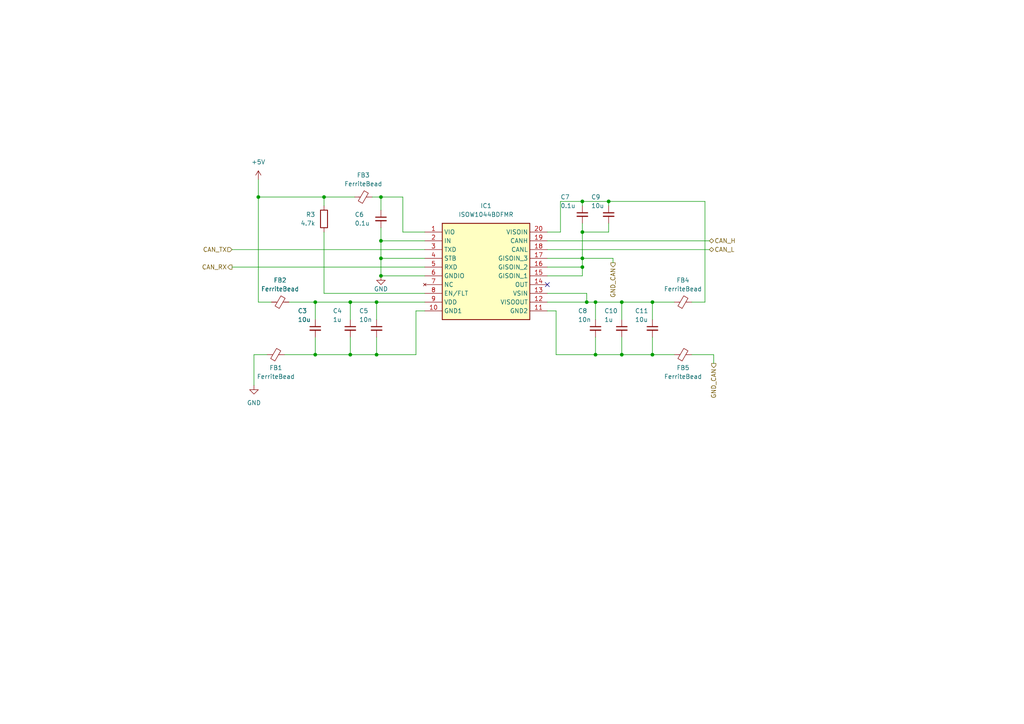
<source format=kicad_sch>
(kicad_sch (version 20230121) (generator eeschema)

  (uuid 9cc1b52b-ad99-4399-8fae-35e5b4709359)

  (paper "A4")

  (lib_symbols
    (symbol "Device:C_Small" (pin_numbers hide) (pin_names (offset 0.254) hide) (in_bom yes) (on_board yes)
      (property "Reference" "C" (at 0.254 1.778 0)
        (effects (font (size 1.27 1.27)) (justify left))
      )
      (property "Value" "C_Small" (at 0.254 -2.032 0)
        (effects (font (size 1.27 1.27)) (justify left))
      )
      (property "Footprint" "" (at 0 0 0)
        (effects (font (size 1.27 1.27)) hide)
      )
      (property "Datasheet" "~" (at 0 0 0)
        (effects (font (size 1.27 1.27)) hide)
      )
      (property "ki_keywords" "capacitor cap" (at 0 0 0)
        (effects (font (size 1.27 1.27)) hide)
      )
      (property "ki_description" "Unpolarized capacitor, small symbol" (at 0 0 0)
        (effects (font (size 1.27 1.27)) hide)
      )
      (property "ki_fp_filters" "C_*" (at 0 0 0)
        (effects (font (size 1.27 1.27)) hide)
      )
      (symbol "C_Small_0_1"
        (polyline
          (pts
            (xy -1.524 -0.508)
            (xy 1.524 -0.508)
          )
          (stroke (width 0.3302) (type default))
          (fill (type none))
        )
        (polyline
          (pts
            (xy -1.524 0.508)
            (xy 1.524 0.508)
          )
          (stroke (width 0.3048) (type default))
          (fill (type none))
        )
      )
      (symbol "C_Small_1_1"
        (pin passive line (at 0 2.54 270) (length 2.032)
          (name "~" (effects (font (size 1.27 1.27))))
          (number "1" (effects (font (size 1.27 1.27))))
        )
        (pin passive line (at 0 -2.54 90) (length 2.032)
          (name "~" (effects (font (size 1.27 1.27))))
          (number "2" (effects (font (size 1.27 1.27))))
        )
      )
    )
    (symbol "Device:FerriteBead_Small" (pin_numbers hide) (pin_names (offset 0)) (in_bom yes) (on_board yes)
      (property "Reference" "FB" (at 1.905 1.27 0)
        (effects (font (size 1.27 1.27)) (justify left))
      )
      (property "Value" "FerriteBead_Small" (at 1.905 -1.27 0)
        (effects (font (size 1.27 1.27)) (justify left))
      )
      (property "Footprint" "" (at -1.778 0 90)
        (effects (font (size 1.27 1.27)) hide)
      )
      (property "Datasheet" "~" (at 0 0 0)
        (effects (font (size 1.27 1.27)) hide)
      )
      (property "ki_keywords" "L ferrite bead inductor filter" (at 0 0 0)
        (effects (font (size 1.27 1.27)) hide)
      )
      (property "ki_description" "Ferrite bead, small symbol" (at 0 0 0)
        (effects (font (size 1.27 1.27)) hide)
      )
      (property "ki_fp_filters" "Inductor_* L_* *Ferrite*" (at 0 0 0)
        (effects (font (size 1.27 1.27)) hide)
      )
      (symbol "FerriteBead_Small_0_1"
        (polyline
          (pts
            (xy 0 -1.27)
            (xy 0 -0.7874)
          )
          (stroke (width 0) (type default))
          (fill (type none))
        )
        (polyline
          (pts
            (xy 0 0.889)
            (xy 0 1.2954)
          )
          (stroke (width 0) (type default))
          (fill (type none))
        )
        (polyline
          (pts
            (xy -1.8288 0.2794)
            (xy -1.1176 1.4986)
            (xy 1.8288 -0.2032)
            (xy 1.1176 -1.4224)
            (xy -1.8288 0.2794)
          )
          (stroke (width 0) (type default))
          (fill (type none))
        )
      )
      (symbol "FerriteBead_Small_1_1"
        (pin passive line (at 0 2.54 270) (length 1.27)
          (name "~" (effects (font (size 1.27 1.27))))
          (number "1" (effects (font (size 1.27 1.27))))
        )
        (pin passive line (at 0 -2.54 90) (length 1.27)
          (name "~" (effects (font (size 1.27 1.27))))
          (number "2" (effects (font (size 1.27 1.27))))
        )
      )
    )
    (symbol "Device:R" (pin_numbers hide) (pin_names (offset 0)) (in_bom yes) (on_board yes)
      (property "Reference" "R" (at 2.032 0 90)
        (effects (font (size 1.27 1.27)))
      )
      (property "Value" "R" (at 0 0 90)
        (effects (font (size 1.27 1.27)))
      )
      (property "Footprint" "" (at -1.778 0 90)
        (effects (font (size 1.27 1.27)) hide)
      )
      (property "Datasheet" "~" (at 0 0 0)
        (effects (font (size 1.27 1.27)) hide)
      )
      (property "ki_keywords" "R res resistor" (at 0 0 0)
        (effects (font (size 1.27 1.27)) hide)
      )
      (property "ki_description" "Resistor" (at 0 0 0)
        (effects (font (size 1.27 1.27)) hide)
      )
      (property "ki_fp_filters" "R_*" (at 0 0 0)
        (effects (font (size 1.27 1.27)) hide)
      )
      (symbol "R_0_1"
        (rectangle (start -1.016 -2.54) (end 1.016 2.54)
          (stroke (width 0.254) (type default))
          (fill (type none))
        )
      )
      (symbol "R_1_1"
        (pin passive line (at 0 3.81 270) (length 1.27)
          (name "~" (effects (font (size 1.27 1.27))))
          (number "1" (effects (font (size 1.27 1.27))))
        )
        (pin passive line (at 0 -3.81 90) (length 1.27)
          (name "~" (effects (font (size 1.27 1.27))))
          (number "2" (effects (font (size 1.27 1.27))))
        )
      )
    )
    (symbol "my_library:ISOW1044BDFMR" (in_bom yes) (on_board yes)
      (property "Reference" "IC" (at 31.75 7.62 0)
        (effects (font (size 1.27 1.27)) (justify left top))
      )
      (property "Value" "ISOW1044BDFMR" (at 31.75 5.08 0)
        (effects (font (size 1.27 1.27)) (justify left top))
      )
      (property "Footprint" "SOIC127P1030X355-20N" (at 31.75 -94.92 0)
        (effects (font (size 1.27 1.27)) (justify left top) hide)
      )
      (property "Datasheet" "https://www.ti.com/lit/ds/symlink/isow1044.pdf?ts=1645295421849&ref_url=https%253A%252F%252Fwww.google.com%252F" (at 31.75 -194.92 0)
        (effects (font (size 1.27 1.27)) (justify left top) hide)
      )
      (property "Height" "3.55" (at 31.75 -394.92 0)
        (effects (font (size 1.27 1.27)) (justify left top) hide)
      )
      (property "RS Part Number" "" (at 31.75 -494.92 0)
        (effects (font (size 1.27 1.27)) (justify left top) hide)
      )
      (property "RS Price/Stock" "" (at 31.75 -594.92 0)
        (effects (font (size 1.27 1.27)) (justify left top) hide)
      )
      (property "Manufacturer_Name" "Texas Instruments" (at 31.75 -694.92 0)
        (effects (font (size 1.27 1.27)) (justify left top) hide)
      )
      (property "Manufacturer_Part_Number" "ISOW1044BDFMR" (at 31.75 -794.92 0)
        (effects (font (size 1.27 1.27)) (justify left top) hide)
      )
      (property "ki_description" "Texas Instruments" (at 0 0 0)
        (effects (font (size 1.27 1.27)) hide)
      )
      (symbol "ISOW1044BDFMR_1_1"
        (rectangle (start 5.08 2.54) (end 30.48 -25.4)
          (stroke (width 0.254) (type default))
          (fill (type background))
        )
        (pin passive line (at 0 0 0) (length 5.08)
          (name "VIO" (effects (font (size 1.27 1.27))))
          (number "1" (effects (font (size 1.27 1.27))))
        )
        (pin passive line (at 0 -22.86 0) (length 5.08)
          (name "GND1" (effects (font (size 1.27 1.27))))
          (number "10" (effects (font (size 1.27 1.27))))
        )
        (pin passive line (at 35.56 -22.86 180) (length 5.08)
          (name "GND2" (effects (font (size 1.27 1.27))))
          (number "11" (effects (font (size 1.27 1.27))))
        )
        (pin passive line (at 35.56 -20.32 180) (length 5.08)
          (name "VISOOUT" (effects (font (size 1.27 1.27))))
          (number "12" (effects (font (size 1.27 1.27))))
        )
        (pin passive line (at 35.56 -17.78 180) (length 5.08)
          (name "VSIN" (effects (font (size 1.27 1.27))))
          (number "13" (effects (font (size 1.27 1.27))))
        )
        (pin passive line (at 35.56 -15.24 180) (length 5.08)
          (name "OUT" (effects (font (size 1.27 1.27))))
          (number "14" (effects (font (size 1.27 1.27))))
        )
        (pin passive line (at 35.56 -12.7 180) (length 5.08)
          (name "GISOIN_1" (effects (font (size 1.27 1.27))))
          (number "15" (effects (font (size 1.27 1.27))))
        )
        (pin passive line (at 35.56 -10.16 180) (length 5.08)
          (name "GISOIN_2" (effects (font (size 1.27 1.27))))
          (number "16" (effects (font (size 1.27 1.27))))
        )
        (pin passive line (at 35.56 -7.62 180) (length 5.08)
          (name "GISOIN_3" (effects (font (size 1.27 1.27))))
          (number "17" (effects (font (size 1.27 1.27))))
        )
        (pin passive line (at 35.56 -5.08 180) (length 5.08)
          (name "CANL" (effects (font (size 1.27 1.27))))
          (number "18" (effects (font (size 1.27 1.27))))
        )
        (pin passive line (at 35.56 -2.54 180) (length 5.08)
          (name "CANH" (effects (font (size 1.27 1.27))))
          (number "19" (effects (font (size 1.27 1.27))))
        )
        (pin passive line (at 0 -2.54 0) (length 5.08)
          (name "IN" (effects (font (size 1.27 1.27))))
          (number "2" (effects (font (size 1.27 1.27))))
        )
        (pin passive line (at 35.56 0 180) (length 5.08)
          (name "VISOIN" (effects (font (size 1.27 1.27))))
          (number "20" (effects (font (size 1.27 1.27))))
        )
        (pin passive line (at 0 -5.08 0) (length 5.08)
          (name "TXD" (effects (font (size 1.27 1.27))))
          (number "3" (effects (font (size 1.27 1.27))))
        )
        (pin passive line (at 0 -7.62 0) (length 5.08)
          (name "STB" (effects (font (size 1.27 1.27))))
          (number "4" (effects (font (size 1.27 1.27))))
        )
        (pin passive line (at 0 -10.16 0) (length 5.08)
          (name "RXD" (effects (font (size 1.27 1.27))))
          (number "5" (effects (font (size 1.27 1.27))))
        )
        (pin passive line (at 0 -12.7 0) (length 5.08)
          (name "GNDIO" (effects (font (size 1.27 1.27))))
          (number "6" (effects (font (size 1.27 1.27))))
        )
        (pin no_connect line (at 0 -15.24 0) (length 5.08)
          (name "NC" (effects (font (size 1.27 1.27))))
          (number "7" (effects (font (size 1.27 1.27))))
        )
        (pin passive line (at 0 -17.78 0) (length 5.08)
          (name "EN/FLT" (effects (font (size 1.27 1.27))))
          (number "8" (effects (font (size 1.27 1.27))))
        )
        (pin passive line (at 0 -20.32 0) (length 5.08)
          (name "VDD" (effects (font (size 1.27 1.27))))
          (number "9" (effects (font (size 1.27 1.27))))
        )
      )
    )
    (symbol "power:+5V" (power) (pin_names (offset 0)) (in_bom yes) (on_board yes)
      (property "Reference" "#PWR" (at 0 -3.81 0)
        (effects (font (size 1.27 1.27)) hide)
      )
      (property "Value" "+5V" (at 0 3.556 0)
        (effects (font (size 1.27 1.27)))
      )
      (property "Footprint" "" (at 0 0 0)
        (effects (font (size 1.27 1.27)) hide)
      )
      (property "Datasheet" "" (at 0 0 0)
        (effects (font (size 1.27 1.27)) hide)
      )
      (property "ki_keywords" "global power" (at 0 0 0)
        (effects (font (size 1.27 1.27)) hide)
      )
      (property "ki_description" "Power symbol creates a global label with name \"+5V\"" (at 0 0 0)
        (effects (font (size 1.27 1.27)) hide)
      )
      (symbol "+5V_0_1"
        (polyline
          (pts
            (xy -0.762 1.27)
            (xy 0 2.54)
          )
          (stroke (width 0) (type default))
          (fill (type none))
        )
        (polyline
          (pts
            (xy 0 0)
            (xy 0 2.54)
          )
          (stroke (width 0) (type default))
          (fill (type none))
        )
        (polyline
          (pts
            (xy 0 2.54)
            (xy 0.762 1.27)
          )
          (stroke (width 0) (type default))
          (fill (type none))
        )
      )
      (symbol "+5V_1_1"
        (pin power_in line (at 0 0 90) (length 0) hide
          (name "+5V" (effects (font (size 1.27 1.27))))
          (number "1" (effects (font (size 1.27 1.27))))
        )
      )
    )
    (symbol "power:GND" (power) (pin_names (offset 0)) (in_bom yes) (on_board yes)
      (property "Reference" "#PWR" (at 0 -6.35 0)
        (effects (font (size 1.27 1.27)) hide)
      )
      (property "Value" "GND" (at 0 -3.81 0)
        (effects (font (size 1.27 1.27)))
      )
      (property "Footprint" "" (at 0 0 0)
        (effects (font (size 1.27 1.27)) hide)
      )
      (property "Datasheet" "" (at 0 0 0)
        (effects (font (size 1.27 1.27)) hide)
      )
      (property "ki_keywords" "global power" (at 0 0 0)
        (effects (font (size 1.27 1.27)) hide)
      )
      (property "ki_description" "Power symbol creates a global label with name \"GND\" , ground" (at 0 0 0)
        (effects (font (size 1.27 1.27)) hide)
      )
      (symbol "GND_0_1"
        (polyline
          (pts
            (xy 0 0)
            (xy 0 -1.27)
            (xy 1.27 -1.27)
            (xy 0 -2.54)
            (xy -1.27 -1.27)
            (xy 0 -1.27)
          )
          (stroke (width 0) (type default))
          (fill (type none))
        )
      )
      (symbol "GND_1_1"
        (pin power_in line (at 0 0 270) (length 0) hide
          (name "GND" (effects (font (size 1.27 1.27))))
          (number "1" (effects (font (size 1.27 1.27))))
        )
      )
    )
  )

  (junction (at 110.49 57.15) (diameter 0) (color 0 0 0 0)
    (uuid 17c5bc5f-bc23-4af6-b56a-fa361426ebc2)
  )
  (junction (at 110.49 74.93) (diameter 0) (color 0 0 0 0)
    (uuid 3160d028-8d40-4639-b4eb-35ef2f40f3bc)
  )
  (junction (at 170.18 87.63) (diameter 0) (color 0 0 0 0)
    (uuid 3fd45aa2-1740-40e9-aad8-7ef5cac18060)
  )
  (junction (at 168.91 77.47) (diameter 0) (color 0 0 0 0)
    (uuid 4503ea42-45aa-4b07-91b1-e1f98d1d58c2)
  )
  (junction (at 74.93 57.15) (diameter 0) (color 0 0 0 0)
    (uuid 4f899251-bdca-42fc-a847-0c493405df4e)
  )
  (junction (at 110.49 69.85) (diameter 0) (color 0 0 0 0)
    (uuid 542be96e-e054-498a-8289-565fb7afc334)
  )
  (junction (at 168.91 74.93) (diameter 0) (color 0 0 0 0)
    (uuid 54b1b4eb-ea61-4bed-b6de-733eafacf641)
  )
  (junction (at 91.44 87.63) (diameter 0) (color 0 0 0 0)
    (uuid 6109ab19-bd23-4340-a91a-755bce255904)
  )
  (junction (at 109.22 102.87) (diameter 0) (color 0 0 0 0)
    (uuid 6597fc02-2fa5-443e-8b9d-4c0268c01e10)
  )
  (junction (at 109.22 87.63) (diameter 0) (color 0 0 0 0)
    (uuid 687ea636-8824-4300-9bfa-07be53be0345)
  )
  (junction (at 93.98 57.15) (diameter 0) (color 0 0 0 0)
    (uuid 80c72cb2-ae5e-417a-b349-a619d41c43db)
  )
  (junction (at 172.72 87.63) (diameter 0) (color 0 0 0 0)
    (uuid 873e20bf-aed6-443a-9b5c-c086658d32d4)
  )
  (junction (at 110.49 80.01) (diameter 0) (color 0 0 0 0)
    (uuid 8d384a44-208d-478f-9a61-2561415d2ab4)
  )
  (junction (at 101.6 102.87) (diameter 0) (color 0 0 0 0)
    (uuid 92510ae7-4a81-441a-9c60-9874c47b06c2)
  )
  (junction (at 172.72 102.87) (diameter 0) (color 0 0 0 0)
    (uuid 9eb676fd-3a30-4102-be40-15f36eea520b)
  )
  (junction (at 168.91 58.42) (diameter 0) (color 0 0 0 0)
    (uuid 9ebc84e6-7e05-480d-81eb-d597380da3de)
  )
  (junction (at 189.23 102.87) (diameter 0) (color 0 0 0 0)
    (uuid acb597f7-65ab-4f72-86a3-454c46120eb1)
  )
  (junction (at 91.44 102.87) (diameter 0) (color 0 0 0 0)
    (uuid b059968e-ff76-4c15-87df-3c63ca172c60)
  )
  (junction (at 180.34 87.63) (diameter 0) (color 0 0 0 0)
    (uuid be64195f-6496-440f-9c9e-80ebee6bfc1a)
  )
  (junction (at 180.34 102.87) (diameter 0) (color 0 0 0 0)
    (uuid c09c1da3-cbe6-49cf-a10c-2b6f22e84fa7)
  )
  (junction (at 176.53 58.42) (diameter 0) (color 0 0 0 0)
    (uuid d4a754c1-e10b-494e-9a29-7a165c088966)
  )
  (junction (at 189.23 87.63) (diameter 0) (color 0 0 0 0)
    (uuid e702d827-e4db-4619-b5ea-dc6c0ab2e3f0)
  )
  (junction (at 101.6 87.63) (diameter 0) (color 0 0 0 0)
    (uuid e892ff33-adef-4b4b-bfcc-669e521dcfa4)
  )
  (junction (at 168.91 67.31) (diameter 0) (color 0 0 0 0)
    (uuid fb14544a-bce6-4320-bfde-379369ad7373)
  )

  (no_connect (at 158.75 82.55) (uuid 1eb17189-c2a6-4941-a00f-cd1502b6a9ad))

  (wire (pts (xy 161.29 102.87) (xy 172.72 102.87))
    (stroke (width 0) (type default))
    (uuid 02369351-b25c-40e6-8ca9-ddb32c96230f)
  )
  (wire (pts (xy 180.34 87.63) (xy 189.23 87.63))
    (stroke (width 0) (type default))
    (uuid 0961854a-1a47-4400-bd46-3ef2cecd423d)
  )
  (wire (pts (xy 91.44 102.87) (xy 101.6 102.87))
    (stroke (width 0) (type default))
    (uuid 09b6a5b5-26d2-449c-9083-3114a723df01)
  )
  (wire (pts (xy 170.18 87.63) (xy 172.72 87.63))
    (stroke (width 0) (type default))
    (uuid 0acd5687-080c-4d91-b9eb-904cf154505e)
  )
  (wire (pts (xy 82.55 102.87) (xy 91.44 102.87))
    (stroke (width 0) (type default))
    (uuid 0b68e891-3ba5-48af-9de9-b568433f2e80)
  )
  (wire (pts (xy 162.56 58.42) (xy 168.91 58.42))
    (stroke (width 0) (type default))
    (uuid 0b7feff1-92be-4aca-9a68-45682f7782ef)
  )
  (wire (pts (xy 158.75 87.63) (xy 170.18 87.63))
    (stroke (width 0) (type default))
    (uuid 0c5cf108-8ee6-4fee-b6b2-a5f21924bd17)
  )
  (wire (pts (xy 168.91 77.47) (xy 168.91 74.93))
    (stroke (width 0) (type default))
    (uuid 0f7794d3-5cff-42f1-a332-9e08e5322f44)
  )
  (wire (pts (xy 158.75 69.85) (xy 205.74 69.85))
    (stroke (width 0) (type default))
    (uuid 0fa885da-6638-498c-97c2-8dd90ce67066)
  )
  (wire (pts (xy 168.91 67.31) (xy 168.91 74.93))
    (stroke (width 0) (type default))
    (uuid 11779cb3-25b7-4936-9516-293b098182f4)
  )
  (wire (pts (xy 91.44 102.87) (xy 91.44 97.79))
    (stroke (width 0) (type default))
    (uuid 14907559-359c-4e6f-9d42-d36a2644b8ae)
  )
  (wire (pts (xy 93.98 57.15) (xy 102.87 57.15))
    (stroke (width 0) (type default))
    (uuid 157a17b4-fe4a-4bba-8164-10265dfe097c)
  )
  (wire (pts (xy 74.93 52.07) (xy 74.93 57.15))
    (stroke (width 0) (type default))
    (uuid 1d69d6bf-df64-40cc-bb74-95ae5ea17c81)
  )
  (wire (pts (xy 109.22 102.87) (xy 109.22 97.79))
    (stroke (width 0) (type default))
    (uuid 1e4580d5-e09f-469a-bbdb-9787db566ff3)
  )
  (wire (pts (xy 158.75 67.31) (xy 162.56 67.31))
    (stroke (width 0) (type default))
    (uuid 231bc956-92b0-49a7-9655-5c03e770bd14)
  )
  (wire (pts (xy 110.49 57.15) (xy 110.49 60.96))
    (stroke (width 0) (type default))
    (uuid 2688469e-43a9-4e33-8bcb-b4a8489909dc)
  )
  (wire (pts (xy 177.8 74.93) (xy 168.91 74.93))
    (stroke (width 0) (type default))
    (uuid 32263eca-b931-4ab8-b40d-e65ec32a7064)
  )
  (wire (pts (xy 158.75 85.09) (xy 170.18 85.09))
    (stroke (width 0) (type default))
    (uuid 3486ffb2-292a-4b69-82a2-56c5bd83cf46)
  )
  (wire (pts (xy 101.6 102.87) (xy 101.6 97.79))
    (stroke (width 0) (type default))
    (uuid 38690a50-fef1-4bc0-a04a-8c53a19721f6)
  )
  (wire (pts (xy 67.31 77.47) (xy 123.19 77.47))
    (stroke (width 0) (type default))
    (uuid 3aec0c3c-3db2-405b-94b0-8d6b69e94b7f)
  )
  (wire (pts (xy 120.65 90.17) (xy 123.19 90.17))
    (stroke (width 0) (type default))
    (uuid 3bc6bceb-0a1d-4948-a7ef-560f12829290)
  )
  (wire (pts (xy 78.74 87.63) (xy 74.93 87.63))
    (stroke (width 0) (type default))
    (uuid 40fc4d1e-20c1-4db7-b08e-505f706c8788)
  )
  (wire (pts (xy 109.22 92.71) (xy 109.22 87.63))
    (stroke (width 0) (type default))
    (uuid 453db326-fb10-458a-9e45-065fbd3a31b2)
  )
  (wire (pts (xy 93.98 59.69) (xy 93.98 57.15))
    (stroke (width 0) (type default))
    (uuid 45c834ea-7a1e-45dc-a042-352bc5ac91e5)
  )
  (wire (pts (xy 74.93 57.15) (xy 93.98 57.15))
    (stroke (width 0) (type default))
    (uuid 497fb6f8-0e05-4885-bde8-a7ce69b499cb)
  )
  (wire (pts (xy 176.53 64.77) (xy 176.53 67.31))
    (stroke (width 0) (type default))
    (uuid 4a9a3e3a-7445-4f4c-bce3-fb7897a6ea8b)
  )
  (wire (pts (xy 200.66 87.63) (xy 204.47 87.63))
    (stroke (width 0) (type default))
    (uuid 4de45f8a-2eae-4c57-87e7-b024ad9ab0a1)
  )
  (wire (pts (xy 110.49 80.01) (xy 123.19 80.01))
    (stroke (width 0) (type default))
    (uuid 50869515-07f3-45e2-86d1-a3ab9bcc7eaf)
  )
  (wire (pts (xy 120.65 102.87) (xy 109.22 102.87))
    (stroke (width 0) (type default))
    (uuid 5298159c-016f-4936-b60b-bc2dc0f2f140)
  )
  (wire (pts (xy 172.72 92.71) (xy 172.72 87.63))
    (stroke (width 0) (type default))
    (uuid 5734a15d-2b6a-4b61-a51d-cd2b172c61cf)
  )
  (wire (pts (xy 101.6 92.71) (xy 101.6 87.63))
    (stroke (width 0) (type default))
    (uuid 59000142-8cd9-48c6-a28d-209abf43b284)
  )
  (wire (pts (xy 93.98 85.09) (xy 123.19 85.09))
    (stroke (width 0) (type default))
    (uuid 5dab8824-e545-4349-b186-b9c75f8ca15d)
  )
  (wire (pts (xy 74.93 57.15) (xy 74.93 87.63))
    (stroke (width 0) (type default))
    (uuid 60fdbcf5-ecc0-4dc2-9f48-2f0659d5e30f)
  )
  (wire (pts (xy 116.84 57.15) (xy 116.84 67.31))
    (stroke (width 0) (type default))
    (uuid 638c0484-7094-4452-bf6a-3c208d0ac47f)
  )
  (wire (pts (xy 162.56 67.31) (xy 162.56 58.42))
    (stroke (width 0) (type default))
    (uuid 66f16ad1-c174-4114-9233-534519bf2911)
  )
  (wire (pts (xy 180.34 102.87) (xy 180.34 97.79))
    (stroke (width 0) (type default))
    (uuid 6a1ee651-872f-4f62-a00c-519167dd4734)
  )
  (wire (pts (xy 168.91 80.01) (xy 168.91 77.47))
    (stroke (width 0) (type default))
    (uuid 6c5d3309-728d-4e80-904c-ca25ad2b4f7d)
  )
  (wire (pts (xy 176.53 67.31) (xy 168.91 67.31))
    (stroke (width 0) (type default))
    (uuid 6e77ddc7-cc87-41b6-81bb-e503172eee76)
  )
  (wire (pts (xy 180.34 92.71) (xy 180.34 87.63))
    (stroke (width 0) (type default))
    (uuid 6f85b250-103b-448a-877c-ae45df51d3a8)
  )
  (wire (pts (xy 189.23 87.63) (xy 195.58 87.63))
    (stroke (width 0) (type default))
    (uuid 72babaa1-46a9-4995-9f9f-19178c45db95)
  )
  (wire (pts (xy 123.19 87.63) (xy 109.22 87.63))
    (stroke (width 0) (type default))
    (uuid 78804cb3-0410-4e1d-8f54-c8f1fe132fa2)
  )
  (wire (pts (xy 67.31 72.39) (xy 123.19 72.39))
    (stroke (width 0) (type default))
    (uuid 7d5ad058-6f6c-422d-8fda-52d024b53ded)
  )
  (wire (pts (xy 168.91 58.42) (xy 176.53 58.42))
    (stroke (width 0) (type default))
    (uuid 84547700-5426-4ad3-a639-e3f9ad59d933)
  )
  (wire (pts (xy 207.01 102.87) (xy 207.01 105.41))
    (stroke (width 0) (type default))
    (uuid 8f4ebd2e-71a2-4d14-aefb-f416be3210c1)
  )
  (wire (pts (xy 158.75 77.47) (xy 168.91 77.47))
    (stroke (width 0) (type default))
    (uuid 9737230b-7efa-4ff9-9f14-0f1409931463)
  )
  (wire (pts (xy 91.44 87.63) (xy 101.6 87.63))
    (stroke (width 0) (type default))
    (uuid 9c428cac-46f8-4eb7-9de1-b924c243885f)
  )
  (wire (pts (xy 83.82 87.63) (xy 91.44 87.63))
    (stroke (width 0) (type default))
    (uuid 9cd466b5-f9f2-452b-8ab6-bbbc3a24fb61)
  )
  (wire (pts (xy 101.6 102.87) (xy 109.22 102.87))
    (stroke (width 0) (type default))
    (uuid 9fc694a7-ad78-4995-8224-9b38fd10d66e)
  )
  (wire (pts (xy 172.72 87.63) (xy 180.34 87.63))
    (stroke (width 0) (type default))
    (uuid a2a36647-49e7-4db5-9efd-9c2e4c39adef)
  )
  (wire (pts (xy 107.95 57.15) (xy 110.49 57.15))
    (stroke (width 0) (type default))
    (uuid a50cc087-d8d0-4376-ab15-5dbd371fc214)
  )
  (wire (pts (xy 91.44 92.71) (xy 91.44 87.63))
    (stroke (width 0) (type default))
    (uuid a6bfba8f-be76-40c2-a951-4e1e0ee6daf8)
  )
  (wire (pts (xy 77.47 102.87) (xy 73.66 102.87))
    (stroke (width 0) (type default))
    (uuid aab69646-775b-4b7d-b1ed-c3f0359986b7)
  )
  (wire (pts (xy 120.65 90.17) (xy 120.65 102.87))
    (stroke (width 0) (type default))
    (uuid b1264a45-96a7-4c29-9798-c5c5e4f3e265)
  )
  (wire (pts (xy 189.23 92.71) (xy 189.23 87.63))
    (stroke (width 0) (type default))
    (uuid b8c836a5-77fc-4ba7-9751-a90bd8d90463)
  )
  (wire (pts (xy 172.72 102.87) (xy 172.72 97.79))
    (stroke (width 0) (type default))
    (uuid b9f887ce-84db-499d-a671-782ce6cb2a78)
  )
  (wire (pts (xy 116.84 67.31) (xy 123.19 67.31))
    (stroke (width 0) (type default))
    (uuid bd78acb7-540d-4619-b224-5c5c5cd9e2cb)
  )
  (wire (pts (xy 101.6 87.63) (xy 109.22 87.63))
    (stroke (width 0) (type default))
    (uuid be069b92-ca3d-40e7-9bc3-17e80587a67c)
  )
  (wire (pts (xy 170.18 85.09) (xy 170.18 87.63))
    (stroke (width 0) (type default))
    (uuid be8c2c7a-dbbc-4cb5-999c-9d2d9cba50d2)
  )
  (wire (pts (xy 180.34 102.87) (xy 189.23 102.87))
    (stroke (width 0) (type default))
    (uuid c002fd7c-e1dd-4d7f-b993-5827b788735e)
  )
  (wire (pts (xy 204.47 58.42) (xy 176.53 58.42))
    (stroke (width 0) (type default))
    (uuid c6b9bd59-003a-48ae-9c72-68bbde6a055f)
  )
  (wire (pts (xy 93.98 67.31) (xy 93.98 85.09))
    (stroke (width 0) (type default))
    (uuid c85c9227-f33c-4e19-8499-612421c3aa7b)
  )
  (wire (pts (xy 110.49 66.04) (xy 110.49 69.85))
    (stroke (width 0) (type default))
    (uuid ccd7ca99-b364-4881-ac5b-e316519407d7)
  )
  (wire (pts (xy 172.72 102.87) (xy 180.34 102.87))
    (stroke (width 0) (type default))
    (uuid d3993f12-0c9d-4314-a508-b467a3a8a44d)
  )
  (wire (pts (xy 168.91 64.77) (xy 168.91 67.31))
    (stroke (width 0) (type default))
    (uuid d4347473-81de-47f6-b291-e1652cec7cdb)
  )
  (wire (pts (xy 73.66 102.87) (xy 73.66 111.76))
    (stroke (width 0) (type default))
    (uuid d5f0039d-539d-43a5-add9-36048f2ceb2c)
  )
  (wire (pts (xy 204.47 87.63) (xy 204.47 58.42))
    (stroke (width 0) (type default))
    (uuid d74a1c64-f954-460c-b34f-3be84abc1db1)
  )
  (wire (pts (xy 110.49 74.93) (xy 123.19 74.93))
    (stroke (width 0) (type default))
    (uuid d8af064d-4028-428f-b7e7-05049fdc4567)
  )
  (wire (pts (xy 110.49 69.85) (xy 110.49 74.93))
    (stroke (width 0) (type default))
    (uuid da50e0c2-e911-4f04-a718-8e67cfed438f)
  )
  (wire (pts (xy 189.23 102.87) (xy 195.58 102.87))
    (stroke (width 0) (type default))
    (uuid dde68ff2-4186-436d-8c94-9ff1a069de4d)
  )
  (wire (pts (xy 168.91 59.69) (xy 168.91 58.42))
    (stroke (width 0) (type default))
    (uuid df71d987-2d77-4885-b1cb-c665898ce8ec)
  )
  (wire (pts (xy 176.53 59.69) (xy 176.53 58.42))
    (stroke (width 0) (type default))
    (uuid e2d9f82d-ca97-4695-a69c-3419c202904c)
  )
  (wire (pts (xy 161.29 90.17) (xy 161.29 102.87))
    (stroke (width 0) (type default))
    (uuid e5398f4b-216f-4fab-abb5-a8426e004ad3)
  )
  (wire (pts (xy 158.75 80.01) (xy 168.91 80.01))
    (stroke (width 0) (type default))
    (uuid e72d6f9c-44a9-4552-a74f-642912c73180)
  )
  (wire (pts (xy 158.75 90.17) (xy 161.29 90.17))
    (stroke (width 0) (type default))
    (uuid e753c1b3-c1ba-4a03-8944-77849ee802a0)
  )
  (wire (pts (xy 207.01 102.87) (xy 200.66 102.87))
    (stroke (width 0) (type default))
    (uuid e79a4e08-d581-4163-9fbc-f397bb75185a)
  )
  (wire (pts (xy 189.23 102.87) (xy 189.23 97.79))
    (stroke (width 0) (type default))
    (uuid e909ce55-8b8c-481f-a2df-c7d7ebe30ba5)
  )
  (wire (pts (xy 158.75 74.93) (xy 168.91 74.93))
    (stroke (width 0) (type default))
    (uuid eecae818-f1f5-4765-a97a-e05837fe1471)
  )
  (wire (pts (xy 177.8 76.2) (xy 177.8 74.93))
    (stroke (width 0) (type default))
    (uuid f2117ccd-96e1-481b-bad4-386a24ee4cdf)
  )
  (wire (pts (xy 110.49 57.15) (xy 116.84 57.15))
    (stroke (width 0) (type default))
    (uuid f3578a98-a636-4b00-9a64-cb6437b5df29)
  )
  (wire (pts (xy 110.49 69.85) (xy 123.19 69.85))
    (stroke (width 0) (type default))
    (uuid f59709d0-6f31-404f-be47-5c184112090d)
  )
  (wire (pts (xy 110.49 74.93) (xy 110.49 80.01))
    (stroke (width 0) (type default))
    (uuid facb68ea-704a-451a-8b96-7a9932d2281b)
  )
  (wire (pts (xy 158.75 72.39) (xy 205.74 72.39))
    (stroke (width 0) (type default))
    (uuid fb5075ad-fb40-4b19-aef3-8e08d9127f19)
  )

  (hierarchical_label "CAN_L" (shape bidirectional) (at 205.74 72.39 0) (fields_autoplaced)
    (effects (font (size 1.27 1.27)) (justify left))
    (uuid 021f6253-590f-4a35-93b8-f6c51e45da8d)
  )
  (hierarchical_label "CAN_RX" (shape output) (at 67.31 77.47 180) (fields_autoplaced)
    (effects (font (size 1.27 1.27)) (justify right))
    (uuid 76aa3c29-716a-40ed-827a-e9301ca20a5a)
  )
  (hierarchical_label "CAN_TX" (shape input) (at 67.31 72.39 180) (fields_autoplaced)
    (effects (font (size 1.27 1.27)) (justify right))
    (uuid 93c6129c-f7ea-42c0-8e90-e2486b3e521e)
  )
  (hierarchical_label "GND_CAN" (shape output) (at 207.01 105.41 270) (fields_autoplaced)
    (effects (font (size 1.27 1.27)) (justify right))
    (uuid 9e66332e-52d0-413c-8f3e-1f078c8c6e7f)
  )
  (hierarchical_label "GND_CAN" (shape output) (at 177.8 76.2 270) (fields_autoplaced)
    (effects (font (size 1.27 1.27)) (justify right))
    (uuid b20abf30-247a-4257-8c29-5ccf4db3fbe8)
  )
  (hierarchical_label "CAN_H" (shape bidirectional) (at 205.74 69.85 0) (fields_autoplaced)
    (effects (font (size 1.27 1.27)) (justify left))
    (uuid daa7df2b-7f6e-4750-82b3-b94669181667)
  )

  (symbol (lib_id "Device:C_Small") (at 101.6 95.25 0) (unit 1)
    (in_bom yes) (on_board yes) (dnp no)
    (uuid 031fa2c7-799c-4343-ae50-896ae60963e1)
    (property "Reference" "C4" (at 96.52 90.17 0)
      (effects (font (size 1.27 1.27)) (justify left))
    )
    (property "Value" "1u" (at 96.52 92.71 0)
      (effects (font (size 1.27 1.27)) (justify left))
    )
    (property "Footprint" "Capacitor_SMD:C_0603_1608Metric" (at 101.6 95.25 0)
      (effects (font (size 1.27 1.27)) hide)
    )
    (property "Datasheet" "~" (at 101.6 95.25 0)
      (effects (font (size 1.27 1.27)) hide)
    )
    (property "LCSC" "C15849" (at 101.6 95.25 0)
      (effects (font (size 1.27 1.27)) hide)
    )
    (pin "1" (uuid f1ffdbac-3844-47fa-b08f-61db97aae8cf))
    (pin "2" (uuid 8ac5b546-dc74-4599-ae4d-3fc64d90b1ab))
    (instances
      (project "RDC_Humanoid_Logic"
        (path "/2bec3ac6-4176-417a-a2e5-e81844f01e63/2ffb334c-541d-4787-8f08-8f2b280267fd"
          (reference "C4") (unit 1)
        )
        (path "/2bec3ac6-4176-417a-a2e5-e81844f01e63/4e0cc178-8164-45af-8b1c-3daea8e76e2d"
          (reference "C13") (unit 1)
        )
      )
      (project "tsukuba_challenge"
        (path "/55f88ae9-9831-47be-a185-734020e38c84/9c1fd94d-8d77-4c45-be6e-46f605b5b044"
          (reference "C22") (unit 1)
        )
      )
      (project "aif_io"
        (path "/9a9f4147-6bcd-4827-a5d0-695037b8e97b/631816fe-2924-4c31-bf43-55e096d60497"
          (reference "C20") (unit 1)
        )
        (path "/9a9f4147-6bcd-4827-a5d0-695037b8e97b/a21f7212-3569-4f10-9150-58b69ba85e35"
          (reference "C29") (unit 1)
        )
      )
    )
  )

  (symbol (lib_id "power:GND") (at 73.66 111.76 0) (unit 1)
    (in_bom yes) (on_board yes) (dnp no) (fields_autoplaced)
    (uuid 3ce92af6-b252-4870-a3c0-bf7a04ea10d1)
    (property "Reference" "#PWR011" (at 73.66 118.11 0)
      (effects (font (size 1.27 1.27)) hide)
    )
    (property "Value" "GND" (at 73.66 116.84 0)
      (effects (font (size 1.27 1.27)))
    )
    (property "Footprint" "" (at 73.66 111.76 0)
      (effects (font (size 1.27 1.27)) hide)
    )
    (property "Datasheet" "" (at 73.66 111.76 0)
      (effects (font (size 1.27 1.27)) hide)
    )
    (pin "1" (uuid ea8093d9-2556-441c-88be-bc9ba87cbc88))
    (instances
      (project "RDC_Humanoid_Logic"
        (path "/2bec3ac6-4176-417a-a2e5-e81844f01e63/2ffb334c-541d-4787-8f08-8f2b280267fd"
          (reference "#PWR011") (unit 1)
        )
        (path "/2bec3ac6-4176-417a-a2e5-e81844f01e63/4e0cc178-8164-45af-8b1c-3daea8e76e2d"
          (reference "#PWR018") (unit 1)
        )
      )
      (project "tsukuba_challenge"
        (path "/55f88ae9-9831-47be-a185-734020e38c84/9c1fd94d-8d77-4c45-be6e-46f605b5b044"
          (reference "#PWR045") (unit 1)
        )
      )
      (project "aif_io"
        (path "/9a9f4147-6bcd-4827-a5d0-695037b8e97b/631816fe-2924-4c31-bf43-55e096d60497"
          (reference "#PWR040") (unit 1)
        )
        (path "/9a9f4147-6bcd-4827-a5d0-695037b8e97b/a21f7212-3569-4f10-9150-58b69ba85e35"
          (reference "#PWR042") (unit 1)
        )
      )
    )
  )

  (symbol (lib_id "Device:C_Small") (at 189.23 95.25 0) (unit 1)
    (in_bom yes) (on_board yes) (dnp no)
    (uuid 619492f8-7266-4c1b-b66c-223d0a3d6d99)
    (property "Reference" "C11" (at 184.15 90.17 0)
      (effects (font (size 1.27 1.27)) (justify left))
    )
    (property "Value" "10u" (at 184.15 92.71 0)
      (effects (font (size 1.27 1.27)) (justify left))
    )
    (property "Footprint" "Capacitor_SMD:C_0603_1608Metric" (at 189.23 95.25 0)
      (effects (font (size 1.27 1.27)) hide)
    )
    (property "Datasheet" "~" (at 189.23 95.25 0)
      (effects (font (size 1.27 1.27)) hide)
    )
    (property "LCSC" "C19702" (at 189.23 95.25 0)
      (effects (font (size 1.27 1.27)) hide)
    )
    (pin "1" (uuid 7d872ec6-837e-4c04-9719-cd2ab0427a85))
    (pin "2" (uuid 2bd50658-0f3e-4b01-bdfd-beccd33a2711))
    (instances
      (project "RDC_Humanoid_Logic"
        (path "/2bec3ac6-4176-417a-a2e5-e81844f01e63/2ffb334c-541d-4787-8f08-8f2b280267fd"
          (reference "C11") (unit 1)
        )
        (path "/2bec3ac6-4176-417a-a2e5-e81844f01e63/4e0cc178-8164-45af-8b1c-3daea8e76e2d"
          (reference "C20") (unit 1)
        )
      )
      (project "tsukuba_challenge"
        (path "/55f88ae9-9831-47be-a185-734020e38c84/9c1fd94d-8d77-4c45-be6e-46f605b5b044"
          (reference "C26") (unit 1)
        )
      )
      (project "aif_io"
        (path "/9a9f4147-6bcd-4827-a5d0-695037b8e97b/631816fe-2924-4c31-bf43-55e096d60497"
          (reference "C27") (unit 1)
        )
        (path "/9a9f4147-6bcd-4827-a5d0-695037b8e97b/a21f7212-3569-4f10-9150-58b69ba85e35"
          (reference "C36") (unit 1)
        )
      )
    )
  )

  (symbol (lib_id "Device:C_Small") (at 110.49 63.5 0) (unit 1)
    (in_bom yes) (on_board yes) (dnp no)
    (uuid 638d1065-8945-438b-9adc-70794b465a2f)
    (property "Reference" "C6" (at 102.87 62.23 0)
      (effects (font (size 1.27 1.27)) (justify left))
    )
    (property "Value" "0.1u" (at 102.87 64.77 0)
      (effects (font (size 1.27 1.27)) (justify left))
    )
    (property "Footprint" "Capacitor_SMD:C_0603_1608Metric" (at 110.49 63.5 0)
      (effects (font (size 1.27 1.27)) hide)
    )
    (property "Datasheet" "~" (at 110.49 63.5 0)
      (effects (font (size 1.27 1.27)) hide)
    )
    (property "LCSC" "C14663" (at 110.49 63.5 0)
      (effects (font (size 1.27 1.27)) hide)
    )
    (pin "1" (uuid cd1e1d26-2787-4d9a-bd14-881c4257ba1d))
    (pin "2" (uuid 3df6a7ca-649e-48b8-8b47-8883167fdd56))
    (instances
      (project "RDC_Humanoid_Logic"
        (path "/2bec3ac6-4176-417a-a2e5-e81844f01e63/2ffb334c-541d-4787-8f08-8f2b280267fd"
          (reference "C6") (unit 1)
        )
        (path "/2bec3ac6-4176-417a-a2e5-e81844f01e63/4e0cc178-8164-45af-8b1c-3daea8e76e2d"
          (reference "C15") (unit 1)
        )
      )
      (project "tsukuba_challenge"
        (path "/55f88ae9-9831-47be-a185-734020e38c84/9c1fd94d-8d77-4c45-be6e-46f605b5b044"
          (reference "C20") (unit 1)
        )
      )
      (project "aif_io"
        (path "/9a9f4147-6bcd-4827-a5d0-695037b8e97b/631816fe-2924-4c31-bf43-55e096d60497"
          (reference "C22") (unit 1)
        )
        (path "/9a9f4147-6bcd-4827-a5d0-695037b8e97b/a21f7212-3569-4f10-9150-58b69ba85e35"
          (reference "C31") (unit 1)
        )
      )
    )
  )

  (symbol (lib_id "Device:FerriteBead_Small") (at 105.41 57.15 90) (unit 1)
    (in_bom yes) (on_board yes) (dnp no) (fields_autoplaced)
    (uuid 6418e7de-5add-4872-9e55-8a37ab2d8efc)
    (property "Reference" "FB3" (at 105.3719 50.8 90)
      (effects (font (size 1.27 1.27)))
    )
    (property "Value" "FerriteBead" (at 105.3719 53.34 90)
      (effects (font (size 1.27 1.27)))
    )
    (property "Footprint" "Inductor_SMD:L_0402_1005Metric" (at 105.41 58.928 90)
      (effects (font (size 1.27 1.27)) hide)
    )
    (property "Datasheet" "~" (at 105.41 57.15 0)
      (effects (font (size 1.27 1.27)) hide)
    )
    (property "LCSC" "C596498" (at 105.41 57.15 0)
      (effects (font (size 1.27 1.27)) hide)
    )
    (pin "1" (uuid 37cfbc46-f317-4071-91b8-b494a96d84b4))
    (pin "2" (uuid 97ac93af-a03b-4c60-98ba-4437d9e42807))
    (instances
      (project "RDC_Humanoid_Logic"
        (path "/2bec3ac6-4176-417a-a2e5-e81844f01e63/2ffb334c-541d-4787-8f08-8f2b280267fd"
          (reference "FB3") (unit 1)
        )
        (path "/2bec3ac6-4176-417a-a2e5-e81844f01e63/4e0cc178-8164-45af-8b1c-3daea8e76e2d"
          (reference "FB8") (unit 1)
        )
      )
      (project "tsukuba_challenge"
        (path "/55f88ae9-9831-47be-a185-734020e38c84/9c1fd94d-8d77-4c45-be6e-46f605b5b044"
          (reference "FB2") (unit 1)
        )
      )
      (project "aif_io"
        (path "/9a9f4147-6bcd-4827-a5d0-695037b8e97b/631816fe-2924-4c31-bf43-55e096d60497"
          (reference "FB3") (unit 1)
        )
        (path "/9a9f4147-6bcd-4827-a5d0-695037b8e97b/a21f7212-3569-4f10-9150-58b69ba85e35"
          (reference "FB8") (unit 1)
        )
      )
    )
  )

  (symbol (lib_id "Device:C_Small") (at 168.91 62.23 0) (unit 1)
    (in_bom yes) (on_board yes) (dnp no)
    (uuid 72cc4f1f-8b8b-49aa-9fcb-80d3463f3307)
    (property "Reference" "C7" (at 162.56 57.15 0)
      (effects (font (size 1.27 1.27)) (justify left))
    )
    (property "Value" "0.1u" (at 162.56 59.69 0)
      (effects (font (size 1.27 1.27)) (justify left))
    )
    (property "Footprint" "Capacitor_SMD:C_0603_1608Metric" (at 168.91 62.23 0)
      (effects (font (size 1.27 1.27)) hide)
    )
    (property "Datasheet" "~" (at 168.91 62.23 0)
      (effects (font (size 1.27 1.27)) hide)
    )
    (property "LCSC" "C14663" (at 168.91 62.23 0)
      (effects (font (size 1.27 1.27)) hide)
    )
    (pin "1" (uuid f2155ae4-82c5-47e7-9ad4-a2b7fc860b88))
    (pin "2" (uuid bf39cc06-c16d-4a38-bda2-0b1d9e6e5126))
    (instances
      (project "RDC_Humanoid_Logic"
        (path "/2bec3ac6-4176-417a-a2e5-e81844f01e63/2ffb334c-541d-4787-8f08-8f2b280267fd"
          (reference "C7") (unit 1)
        )
        (path "/2bec3ac6-4176-417a-a2e5-e81844f01e63/4e0cc178-8164-45af-8b1c-3daea8e76e2d"
          (reference "C16") (unit 1)
        )
      )
      (project "tsukuba_challenge"
        (path "/55f88ae9-9831-47be-a185-734020e38c84/9c1fd94d-8d77-4c45-be6e-46f605b5b044"
          (reference "C18") (unit 1)
        )
      )
      (project "aif_io"
        (path "/9a9f4147-6bcd-4827-a5d0-695037b8e97b/631816fe-2924-4c31-bf43-55e096d60497"
          (reference "C23") (unit 1)
        )
        (path "/9a9f4147-6bcd-4827-a5d0-695037b8e97b/a21f7212-3569-4f10-9150-58b69ba85e35"
          (reference "C32") (unit 1)
        )
      )
    )
  )

  (symbol (lib_id "Device:FerriteBead_Small") (at 81.28 87.63 90) (unit 1)
    (in_bom yes) (on_board yes) (dnp no) (fields_autoplaced)
    (uuid 76025b87-94ec-459b-a20b-e477477b7848)
    (property "Reference" "FB2" (at 81.2419 81.28 90)
      (effects (font (size 1.27 1.27)))
    )
    (property "Value" "FerriteBead" (at 81.2419 83.82 90)
      (effects (font (size 1.27 1.27)))
    )
    (property "Footprint" "Inductor_SMD:L_0402_1005Metric" (at 81.28 89.408 90)
      (effects (font (size 1.27 1.27)) hide)
    )
    (property "Datasheet" "~" (at 81.28 87.63 0)
      (effects (font (size 1.27 1.27)) hide)
    )
    (property "LCSC" "C596498" (at 81.28 87.63 0)
      (effects (font (size 1.27 1.27)) hide)
    )
    (pin "1" (uuid 8ae9eb47-ab65-4f83-a80f-d21805dd9e35))
    (pin "2" (uuid d055ec16-d1d4-4533-9665-945d97588b56))
    (instances
      (project "RDC_Humanoid_Logic"
        (path "/2bec3ac6-4176-417a-a2e5-e81844f01e63/2ffb334c-541d-4787-8f08-8f2b280267fd"
          (reference "FB2") (unit 1)
        )
        (path "/2bec3ac6-4176-417a-a2e5-e81844f01e63/4e0cc178-8164-45af-8b1c-3daea8e76e2d"
          (reference "FB7") (unit 1)
        )
      )
      (project "tsukuba_challenge"
        (path "/55f88ae9-9831-47be-a185-734020e38c84/9c1fd94d-8d77-4c45-be6e-46f605b5b044"
          (reference "FB3") (unit 1)
        )
      )
      (project "aif_io"
        (path "/9a9f4147-6bcd-4827-a5d0-695037b8e97b/631816fe-2924-4c31-bf43-55e096d60497"
          (reference "FB2") (unit 1)
        )
        (path "/9a9f4147-6bcd-4827-a5d0-695037b8e97b/a21f7212-3569-4f10-9150-58b69ba85e35"
          (reference "FB7") (unit 1)
        )
      )
    )
  )

  (symbol (lib_id "power:+5V") (at 74.93 52.07 0) (unit 1)
    (in_bom yes) (on_board yes) (dnp no)
    (uuid 79c49c9b-aad8-4bf9-999a-b5b90180421c)
    (property "Reference" "#PWR5V_01" (at 74.93 44.45 0)
      (effects (font (size 1.27 1.27)) hide)
    )
    (property "Value" "+5V" (at 74.93 46.99 0)
      (effects (font (size 1.27 1.27)))
    )
    (property "Footprint" "" (at 74.93 52.07 0)
      (effects (font (size 1.27 1.27)) hide)
    )
    (property "Datasheet" "" (at 74.93 52.07 0)
      (effects (font (size 1.27 1.27)) hide)
    )
    (pin "1" (uuid c415c96c-9730-4969-be29-6cb47c2f2d25))
    (instances
      (project "RDC_Humanoid_Logic"
        (path "/2bec3ac6-4176-417a-a2e5-e81844f01e63/2ffb334c-541d-4787-8f08-8f2b280267fd"
          (reference "#PWR5V_01") (unit 1)
        )
        (path "/2bec3ac6-4176-417a-a2e5-e81844f01e63/4e0cc178-8164-45af-8b1c-3daea8e76e2d"
          (reference "#PWR5V_02") (unit 1)
        )
      )
      (project "tsukuba_challenge"
        (path "/55f88ae9-9831-47be-a185-734020e38c84/9c1fd94d-8d77-4c45-be6e-46f605b5b044"
          (reference "#PWR5V_01") (unit 1)
        )
      )
      (project "aif_io"
        (path "/9a9f4147-6bcd-4827-a5d0-695037b8e97b/631816fe-2924-4c31-bf43-55e096d60497"
          (reference "#PWR5V_01") (unit 1)
        )
        (path "/9a9f4147-6bcd-4827-a5d0-695037b8e97b/a21f7212-3569-4f10-9150-58b69ba85e35"
          (reference "#PWR5V_02") (unit 1)
        )
      )
    )
  )

  (symbol (lib_id "Device:C_Small") (at 176.53 62.23 0) (unit 1)
    (in_bom yes) (on_board yes) (dnp no)
    (uuid 7c0d1bf9-a854-45da-bad6-9a989ba9fb33)
    (property "Reference" "C9" (at 171.45 57.15 0)
      (effects (font (size 1.27 1.27)) (justify left))
    )
    (property "Value" "10u" (at 171.45 59.69 0)
      (effects (font (size 1.27 1.27)) (justify left))
    )
    (property "Footprint" "Capacitor_SMD:C_0603_1608Metric" (at 176.53 62.23 0)
      (effects (font (size 1.27 1.27)) hide)
    )
    (property "Datasheet" "~" (at 176.53 62.23 0)
      (effects (font (size 1.27 1.27)) hide)
    )
    (property "LCSC" "C19702" (at 176.53 62.23 0)
      (effects (font (size 1.27 1.27)) hide)
    )
    (pin "1" (uuid 477033fd-4aa5-4d75-b55c-c76ed4d7b023))
    (pin "2" (uuid 66cd8d00-19d3-4fb1-8d97-a5d3f0db9143))
    (instances
      (project "RDC_Humanoid_Logic"
        (path "/2bec3ac6-4176-417a-a2e5-e81844f01e63/2ffb334c-541d-4787-8f08-8f2b280267fd"
          (reference "C9") (unit 1)
        )
        (path "/2bec3ac6-4176-417a-a2e5-e81844f01e63/4e0cc178-8164-45af-8b1c-3daea8e76e2d"
          (reference "C18") (unit 1)
        )
      )
      (project "tsukuba_challenge"
        (path "/55f88ae9-9831-47be-a185-734020e38c84/9c1fd94d-8d77-4c45-be6e-46f605b5b044"
          (reference "C19") (unit 1)
        )
      )
      (project "aif_io"
        (path "/9a9f4147-6bcd-4827-a5d0-695037b8e97b/631816fe-2924-4c31-bf43-55e096d60497"
          (reference "C25") (unit 1)
        )
        (path "/9a9f4147-6bcd-4827-a5d0-695037b8e97b/a21f7212-3569-4f10-9150-58b69ba85e35"
          (reference "C34") (unit 1)
        )
      )
    )
  )

  (symbol (lib_id "Device:C_Small") (at 172.72 95.25 0) (unit 1)
    (in_bom yes) (on_board yes) (dnp no)
    (uuid 8c26654f-eba4-4a90-9e1b-697195f47c5e)
    (property "Reference" "C8" (at 167.64 90.17 0)
      (effects (font (size 1.27 1.27)) (justify left))
    )
    (property "Value" "10n" (at 167.64 92.71 0)
      (effects (font (size 1.27 1.27)) (justify left))
    )
    (property "Footprint" "Capacitor_SMD:C_0603_1608Metric" (at 172.72 95.25 0)
      (effects (font (size 1.27 1.27)) hide)
    )
    (property "Datasheet" "~" (at 172.72 95.25 0)
      (effects (font (size 1.27 1.27)) hide)
    )
    (property "LCSC" "C57112" (at 172.72 95.25 0)
      (effects (font (size 1.27 1.27)) hide)
    )
    (pin "1" (uuid af6335fe-8049-442b-8c1b-18e23967dbce))
    (pin "2" (uuid 8bd955f1-7c94-43e3-ba12-56be7dfe172d))
    (instances
      (project "RDC_Humanoid_Logic"
        (path "/2bec3ac6-4176-417a-a2e5-e81844f01e63/2ffb334c-541d-4787-8f08-8f2b280267fd"
          (reference "C8") (unit 1)
        )
        (path "/2bec3ac6-4176-417a-a2e5-e81844f01e63/4e0cc178-8164-45af-8b1c-3daea8e76e2d"
          (reference "C17") (unit 1)
        )
      )
      (project "tsukuba_challenge"
        (path "/55f88ae9-9831-47be-a185-734020e38c84/9c1fd94d-8d77-4c45-be6e-46f605b5b044"
          (reference "C24") (unit 1)
        )
      )
      (project "aif_io"
        (path "/9a9f4147-6bcd-4827-a5d0-695037b8e97b/631816fe-2924-4c31-bf43-55e096d60497"
          (reference "C24") (unit 1)
        )
        (path "/9a9f4147-6bcd-4827-a5d0-695037b8e97b/a21f7212-3569-4f10-9150-58b69ba85e35"
          (reference "C33") (unit 1)
        )
      )
    )
  )

  (symbol (lib_id "power:GND") (at 110.49 80.01 0) (unit 1)
    (in_bom yes) (on_board yes) (dnp no)
    (uuid bc465958-6dfa-4255-908f-ca633bfa4f13)
    (property "Reference" "#PWR013" (at 110.49 86.36 0)
      (effects (font (size 1.27 1.27)) hide)
    )
    (property "Value" "GND" (at 110.49 83.82 0)
      (effects (font (size 1.27 1.27)))
    )
    (property "Footprint" "" (at 110.49 80.01 0)
      (effects (font (size 1.27 1.27)) hide)
    )
    (property "Datasheet" "" (at 110.49 80.01 0)
      (effects (font (size 1.27 1.27)) hide)
    )
    (pin "1" (uuid 3c3fa4b9-85a1-4782-bbb4-d2e4b1e1ae21))
    (instances
      (project "RDC_Humanoid_Logic"
        (path "/2bec3ac6-4176-417a-a2e5-e81844f01e63/2ffb334c-541d-4787-8f08-8f2b280267fd"
          (reference "#PWR013") (unit 1)
        )
        (path "/2bec3ac6-4176-417a-a2e5-e81844f01e63/4e0cc178-8164-45af-8b1c-3daea8e76e2d"
          (reference "#PWR020") (unit 1)
        )
      )
      (project "tsukuba_challenge"
        (path "/55f88ae9-9831-47be-a185-734020e38c84/9c1fd94d-8d77-4c45-be6e-46f605b5b044"
          (reference "#PWR043") (unit 1)
        )
      )
      (project "aif_io"
        (path "/9a9f4147-6bcd-4827-a5d0-695037b8e97b/631816fe-2924-4c31-bf43-55e096d60497"
          (reference "#PWR041") (unit 1)
        )
        (path "/9a9f4147-6bcd-4827-a5d0-695037b8e97b/a21f7212-3569-4f10-9150-58b69ba85e35"
          (reference "#PWR043") (unit 1)
        )
      )
    )
  )

  (symbol (lib_id "Device:FerriteBead_Small") (at 80.01 102.87 90) (unit 1)
    (in_bom yes) (on_board yes) (dnp no)
    (uuid c62f733c-c5a3-4e52-bcd7-9bf894a4dc29)
    (property "Reference" "FB1" (at 80.01 106.68 90)
      (effects (font (size 1.27 1.27)))
    )
    (property "Value" "FerriteBead" (at 80.01 109.22 90)
      (effects (font (size 1.27 1.27)))
    )
    (property "Footprint" "Inductor_SMD:L_0402_1005Metric" (at 80.01 104.648 90)
      (effects (font (size 1.27 1.27)) hide)
    )
    (property "Datasheet" "~" (at 80.01 102.87 0)
      (effects (font (size 1.27 1.27)) hide)
    )
    (property "LCSC" "C596498" (at 80.01 102.87 0)
      (effects (font (size 1.27 1.27)) hide)
    )
    (pin "1" (uuid a13d1753-2074-4001-8845-3149eba49a39))
    (pin "2" (uuid 34bbdff9-522e-4669-ac6d-3de0370889aa))
    (instances
      (project "RDC_Humanoid_Logic"
        (path "/2bec3ac6-4176-417a-a2e5-e81844f01e63/2ffb334c-541d-4787-8f08-8f2b280267fd"
          (reference "FB1") (unit 1)
        )
        (path "/2bec3ac6-4176-417a-a2e5-e81844f01e63/4e0cc178-8164-45af-8b1c-3daea8e76e2d"
          (reference "FB6") (unit 1)
        )
      )
      (project "tsukuba_challenge"
        (path "/55f88ae9-9831-47be-a185-734020e38c84/9c1fd94d-8d77-4c45-be6e-46f605b5b044"
          (reference "FB5") (unit 1)
        )
      )
      (project "aif_io"
        (path "/9a9f4147-6bcd-4827-a5d0-695037b8e97b/631816fe-2924-4c31-bf43-55e096d60497"
          (reference "FB1") (unit 1)
        )
        (path "/9a9f4147-6bcd-4827-a5d0-695037b8e97b/a21f7212-3569-4f10-9150-58b69ba85e35"
          (reference "FB6") (unit 1)
        )
      )
    )
  )

  (symbol (lib_id "Device:C_Small") (at 180.34 95.25 0) (unit 1)
    (in_bom yes) (on_board yes) (dnp no)
    (uuid c7a228ea-b337-47c6-ae57-bee6df3dfe3e)
    (property "Reference" "C10" (at 175.26 90.17 0)
      (effects (font (size 1.27 1.27)) (justify left))
    )
    (property "Value" "1u" (at 175.26 92.71 0)
      (effects (font (size 1.27 1.27)) (justify left))
    )
    (property "Footprint" "Capacitor_SMD:C_0603_1608Metric" (at 180.34 95.25 0)
      (effects (font (size 1.27 1.27)) hide)
    )
    (property "Datasheet" "~" (at 180.34 95.25 0)
      (effects (font (size 1.27 1.27)) hide)
    )
    (property "LCSC" "C15849" (at 180.34 95.25 0)
      (effects (font (size 1.27 1.27)) hide)
    )
    (pin "1" (uuid 0c0b22a4-b966-416f-b42d-3b4cd8ced997))
    (pin "2" (uuid 108e2fa7-8cb7-4f60-a231-9b9f39b114e8))
    (instances
      (project "RDC_Humanoid_Logic"
        (path "/2bec3ac6-4176-417a-a2e5-e81844f01e63/2ffb334c-541d-4787-8f08-8f2b280267fd"
          (reference "C10") (unit 1)
        )
        (path "/2bec3ac6-4176-417a-a2e5-e81844f01e63/4e0cc178-8164-45af-8b1c-3daea8e76e2d"
          (reference "C19") (unit 1)
        )
      )
      (project "tsukuba_challenge"
        (path "/55f88ae9-9831-47be-a185-734020e38c84/9c1fd94d-8d77-4c45-be6e-46f605b5b044"
          (reference "C25") (unit 1)
        )
      )
      (project "aif_io"
        (path "/9a9f4147-6bcd-4827-a5d0-695037b8e97b/631816fe-2924-4c31-bf43-55e096d60497"
          (reference "C26") (unit 1)
        )
        (path "/9a9f4147-6bcd-4827-a5d0-695037b8e97b/a21f7212-3569-4f10-9150-58b69ba85e35"
          (reference "C35") (unit 1)
        )
      )
    )
  )

  (symbol (lib_id "Device:C_Small") (at 109.22 95.25 0) (unit 1)
    (in_bom yes) (on_board yes) (dnp no)
    (uuid ce3ac3f6-e31b-4f24-8124-27936ad54ba6)
    (property "Reference" "C5" (at 104.14 90.17 0)
      (effects (font (size 1.27 1.27)) (justify left))
    )
    (property "Value" "10n" (at 104.14 92.71 0)
      (effects (font (size 1.27 1.27)) (justify left))
    )
    (property "Footprint" "Capacitor_SMD:C_0603_1608Metric" (at 109.22 95.25 0)
      (effects (font (size 1.27 1.27)) hide)
    )
    (property "Datasheet" "~" (at 109.22 95.25 0)
      (effects (font (size 1.27 1.27)) hide)
    )
    (property "LCSC" "C57112" (at 109.22 95.25 0)
      (effects (font (size 1.27 1.27)) hide)
    )
    (pin "1" (uuid fd770bc6-be27-4615-9fa7-a144930e15a1))
    (pin "2" (uuid ae430e17-45a0-4d51-803a-1b5dd6eb83ad))
    (instances
      (project "RDC_Humanoid_Logic"
        (path "/2bec3ac6-4176-417a-a2e5-e81844f01e63/2ffb334c-541d-4787-8f08-8f2b280267fd"
          (reference "C5") (unit 1)
        )
        (path "/2bec3ac6-4176-417a-a2e5-e81844f01e63/4e0cc178-8164-45af-8b1c-3daea8e76e2d"
          (reference "C14") (unit 1)
        )
      )
      (project "tsukuba_challenge"
        (path "/55f88ae9-9831-47be-a185-734020e38c84/9c1fd94d-8d77-4c45-be6e-46f605b5b044"
          (reference "C23") (unit 1)
        )
      )
      (project "aif_io"
        (path "/9a9f4147-6bcd-4827-a5d0-695037b8e97b/631816fe-2924-4c31-bf43-55e096d60497"
          (reference "C21") (unit 1)
        )
        (path "/9a9f4147-6bcd-4827-a5d0-695037b8e97b/a21f7212-3569-4f10-9150-58b69ba85e35"
          (reference "C30") (unit 1)
        )
      )
    )
  )

  (symbol (lib_id "Device:FerriteBead_Small") (at 198.12 102.87 90) (unit 1)
    (in_bom yes) (on_board yes) (dnp no)
    (uuid d276502d-2bef-4a28-82da-12ef7b423b60)
    (property "Reference" "FB5" (at 198.12 106.68 90)
      (effects (font (size 1.27 1.27)))
    )
    (property "Value" "FerriteBead" (at 198.12 109.22 90)
      (effects (font (size 1.27 1.27)))
    )
    (property "Footprint" "Inductor_SMD:L_0402_1005Metric" (at 198.12 104.648 90)
      (effects (font (size 1.27 1.27)) hide)
    )
    (property "Datasheet" "~" (at 198.12 102.87 0)
      (effects (font (size 1.27 1.27)) hide)
    )
    (property "LCSC" "C596498" (at 198.12 102.87 0)
      (effects (font (size 1.27 1.27)) hide)
    )
    (pin "1" (uuid cb6852e9-e7c3-4089-b9c4-76b7e2b9616c))
    (pin "2" (uuid 01010e1e-0e53-4e62-8d76-ce7c6b003818))
    (instances
      (project "RDC_Humanoid_Logic"
        (path "/2bec3ac6-4176-417a-a2e5-e81844f01e63/2ffb334c-541d-4787-8f08-8f2b280267fd"
          (reference "FB5") (unit 1)
        )
        (path "/2bec3ac6-4176-417a-a2e5-e81844f01e63/4e0cc178-8164-45af-8b1c-3daea8e76e2d"
          (reference "FB10") (unit 1)
        )
      )
      (project "tsukuba_challenge"
        (path "/55f88ae9-9831-47be-a185-734020e38c84/9c1fd94d-8d77-4c45-be6e-46f605b5b044"
          (reference "FB6") (unit 1)
        )
      )
      (project "aif_io"
        (path "/9a9f4147-6bcd-4827-a5d0-695037b8e97b/631816fe-2924-4c31-bf43-55e096d60497"
          (reference "FB5") (unit 1)
        )
        (path "/9a9f4147-6bcd-4827-a5d0-695037b8e97b/a21f7212-3569-4f10-9150-58b69ba85e35"
          (reference "FB10") (unit 1)
        )
      )
    )
  )

  (symbol (lib_id "Device:C_Small") (at 91.44 95.25 0) (unit 1)
    (in_bom yes) (on_board yes) (dnp no)
    (uuid dd536b60-91ad-4d5a-b917-e801a4c30647)
    (property "Reference" "C3" (at 86.36 90.17 0)
      (effects (font (size 1.27 1.27)) (justify left))
    )
    (property "Value" "10u" (at 86.36 92.71 0)
      (effects (font (size 1.27 1.27)) (justify left))
    )
    (property "Footprint" "Capacitor_SMD:C_0603_1608Metric" (at 91.44 95.25 0)
      (effects (font (size 1.27 1.27)) hide)
    )
    (property "Datasheet" "~" (at 91.44 95.25 0)
      (effects (font (size 1.27 1.27)) hide)
    )
    (property "LCSC" "C19702" (at 91.44 95.25 0)
      (effects (font (size 1.27 1.27)) hide)
    )
    (pin "1" (uuid d31f6b9a-1995-4cff-ac3a-0b69bea1311a))
    (pin "2" (uuid a9fe43a7-155c-40fd-945f-94705b5ee572))
    (instances
      (project "RDC_Humanoid_Logic"
        (path "/2bec3ac6-4176-417a-a2e5-e81844f01e63/2ffb334c-541d-4787-8f08-8f2b280267fd"
          (reference "C3") (unit 1)
        )
        (path "/2bec3ac6-4176-417a-a2e5-e81844f01e63/4e0cc178-8164-45af-8b1c-3daea8e76e2d"
          (reference "C12") (unit 1)
        )
      )
      (project "tsukuba_challenge"
        (path "/55f88ae9-9831-47be-a185-734020e38c84/9c1fd94d-8d77-4c45-be6e-46f605b5b044"
          (reference "C21") (unit 1)
        )
      )
      (project "aif_io"
        (path "/9a9f4147-6bcd-4827-a5d0-695037b8e97b/631816fe-2924-4c31-bf43-55e096d60497"
          (reference "C19") (unit 1)
        )
        (path "/9a9f4147-6bcd-4827-a5d0-695037b8e97b/a21f7212-3569-4f10-9150-58b69ba85e35"
          (reference "C28") (unit 1)
        )
      )
    )
  )

  (symbol (lib_id "my_library:ISOW1044BDFMR") (at 123.19 67.31 0) (unit 1)
    (in_bom yes) (on_board yes) (dnp no) (fields_autoplaced)
    (uuid dd717137-2ad6-4df0-b373-92bb159be91e)
    (property "Reference" "IC1" (at 140.97 59.69 0)
      (effects (font (size 1.27 1.27)))
    )
    (property "Value" "ISOW1044BDFMR" (at 140.97 62.23 0)
      (effects (font (size 1.27 1.27)))
    )
    (property "Footprint" "Package_SO:SOIC-20W_7.5x12.8mm_P1.27mm" (at 154.94 162.23 0)
      (effects (font (size 1.27 1.27)) (justify left top) hide)
    )
    (property "Datasheet" "https://www.ti.com/lit/ds/symlink/isow1044.pdf?ts=1645295421849&ref_url=https%253A%252F%252Fwww.google.com%252F" (at 154.94 262.23 0)
      (effects (font (size 1.27 1.27)) (justify left top) hide)
    )
    (property "Height" "3.55" (at 154.94 462.23 0)
      (effects (font (size 1.27 1.27)) (justify left top) hide)
    )
    (property "RS Part Number" "" (at 154.94 562.23 0)
      (effects (font (size 1.27 1.27)) (justify left top) hide)
    )
    (property "RS Price/Stock" "" (at 154.94 662.23 0)
      (effects (font (size 1.27 1.27)) (justify left top) hide)
    )
    (property "Manufacturer_Name" "Texas Instruments" (at 154.94 762.23 0)
      (effects (font (size 1.27 1.27)) (justify left top) hide)
    )
    (property "Manufacturer_Part_Number" "ISOW1044BDFMR" (at 154.94 862.23 0)
      (effects (font (size 1.27 1.27)) (justify left top) hide)
    )
    (property "LCSC" "C3234830" (at 123.19 67.31 0)
      (effects (font (size 1.27 1.27)) hide)
    )
    (pin "1" (uuid eb523b3f-7280-4aba-a308-d553db21dc1b))
    (pin "10" (uuid c85b792b-be49-4346-8d73-c73d807d587a))
    (pin "11" (uuid ca29d058-c9ff-4a3d-8822-47468950bc40))
    (pin "12" (uuid 19104e8d-8ca0-46e0-811f-ec39770b5309))
    (pin "13" (uuid 00c6ad21-281c-448f-bea7-7abc04a3e8ab))
    (pin "14" (uuid 71783198-6e38-433a-92d4-198ffb0384d0))
    (pin "15" (uuid 2e2b2248-f38a-4be3-835c-011f745d4bac))
    (pin "16" (uuid b4d000f0-bc56-4727-809e-e4c9402df23c))
    (pin "17" (uuid c2991e0b-851b-4056-92f6-b88e72061379))
    (pin "18" (uuid 8b8482c9-23a3-4fdb-9f00-2b273084bb93))
    (pin "19" (uuid 5410f563-2778-4b89-8cd1-a064f8f301f6))
    (pin "2" (uuid bdf591e6-b8f0-40b9-93af-7d06716990f6))
    (pin "20" (uuid 3cbcaec8-fac3-4a35-a48d-f005d8fc3eb3))
    (pin "3" (uuid fcafe6fb-5d86-4685-9fdb-90386e53c21c))
    (pin "4" (uuid ea33327d-0775-4738-bd0b-96f007fafea5))
    (pin "5" (uuid 12e93f90-047b-4496-a8b3-50d162c47e51))
    (pin "6" (uuid 1db82db4-c161-4b25-ae5c-2de329951026))
    (pin "7" (uuid 36f6811a-2a96-4311-b27f-67eb09c81988))
    (pin "8" (uuid 26d2cd98-9422-481d-904c-d6592fdd7fc4))
    (pin "9" (uuid e857718c-df07-45dd-9128-8af653df0fd8))
    (instances
      (project "tsukuba_challenge"
        (path "/55f88ae9-9831-47be-a185-734020e38c84/9c1fd94d-8d77-4c45-be6e-46f605b5b044"
          (reference "IC1") (unit 1)
        )
      )
      (project "aif_io"
        (path "/9a9f4147-6bcd-4827-a5d0-695037b8e97b/631816fe-2924-4c31-bf43-55e096d60497"
          (reference "IC1") (unit 1)
        )
        (path "/9a9f4147-6bcd-4827-a5d0-695037b8e97b/a21f7212-3569-4f10-9150-58b69ba85e35"
          (reference "IC2") (unit 1)
        )
      )
    )
  )

  (symbol (lib_id "Device:FerriteBead_Small") (at 198.12 87.63 90) (unit 1)
    (in_bom yes) (on_board yes) (dnp no) (fields_autoplaced)
    (uuid df0c0ffe-4c95-46c5-a091-0e8e374154fd)
    (property "Reference" "FB4" (at 198.0819 81.28 90)
      (effects (font (size 1.27 1.27)))
    )
    (property "Value" "FerriteBead" (at 198.0819 83.82 90)
      (effects (font (size 1.27 1.27)))
    )
    (property "Footprint" "Inductor_SMD:L_0402_1005Metric" (at 198.12 89.408 90)
      (effects (font (size 1.27 1.27)) hide)
    )
    (property "Datasheet" "~" (at 198.12 87.63 0)
      (effects (font (size 1.27 1.27)) hide)
    )
    (property "LCSC" "C596498" (at 198.12 87.63 0)
      (effects (font (size 1.27 1.27)) hide)
    )
    (pin "1" (uuid 1a0d925d-f577-4758-9fb2-bf295fd4fb01))
    (pin "2" (uuid 88501700-6956-49d6-86ba-7c66fdb8c612))
    (instances
      (project "RDC_Humanoid_Logic"
        (path "/2bec3ac6-4176-417a-a2e5-e81844f01e63/2ffb334c-541d-4787-8f08-8f2b280267fd"
          (reference "FB4") (unit 1)
        )
        (path "/2bec3ac6-4176-417a-a2e5-e81844f01e63/4e0cc178-8164-45af-8b1c-3daea8e76e2d"
          (reference "FB9") (unit 1)
        )
      )
      (project "tsukuba_challenge"
        (path "/55f88ae9-9831-47be-a185-734020e38c84/9c1fd94d-8d77-4c45-be6e-46f605b5b044"
          (reference "FB4") (unit 1)
        )
      )
      (project "aif_io"
        (path "/9a9f4147-6bcd-4827-a5d0-695037b8e97b/631816fe-2924-4c31-bf43-55e096d60497"
          (reference "FB4") (unit 1)
        )
        (path "/9a9f4147-6bcd-4827-a5d0-695037b8e97b/a21f7212-3569-4f10-9150-58b69ba85e35"
          (reference "FB9") (unit 1)
        )
      )
    )
  )

  (symbol (lib_id "Device:R") (at 93.98 63.5 0) (mirror y) (unit 1)
    (in_bom yes) (on_board yes) (dnp no)
    (uuid ed971141-d2d6-48d9-9924-2015cae7e018)
    (property "Reference" "R3" (at 91.44 62.23 0)
      (effects (font (size 1.27 1.27)) (justify left))
    )
    (property "Value" "4.7k" (at 91.44 64.77 0)
      (effects (font (size 1.27 1.27)) (justify left))
    )
    (property "Footprint" "Resistor_SMD:R_0603_1608Metric" (at 95.758 63.5 90)
      (effects (font (size 1.27 1.27)) hide)
    )
    (property "Datasheet" "~" (at 93.98 63.5 0)
      (effects (font (size 1.27 1.27)) hide)
    )
    (property "LCSC" "C23162" (at 93.98 63.5 0)
      (effects (font (size 1.27 1.27)) hide)
    )
    (pin "1" (uuid 8b9129f7-48ac-41d8-8ad2-c3ceac940cd6))
    (pin "2" (uuid 93a90b3f-db3d-4edf-aa3e-bf8e0471d221))
    (instances
      (project "RDC_Humanoid_Logic"
        (path "/2bec3ac6-4176-417a-a2e5-e81844f01e63/2ffb334c-541d-4787-8f08-8f2b280267fd"
          (reference "R3") (unit 1)
        )
        (path "/2bec3ac6-4176-417a-a2e5-e81844f01e63/4e0cc178-8164-45af-8b1c-3daea8e76e2d"
          (reference "R5") (unit 1)
        )
      )
      (project "tsukuba_challenge"
        (path "/55f88ae9-9831-47be-a185-734020e38c84/9c1fd94d-8d77-4c45-be6e-46f605b5b044"
          (reference "R21") (unit 1)
        )
      )
      (project "aif_io"
        (path "/9a9f4147-6bcd-4827-a5d0-695037b8e97b/631816fe-2924-4c31-bf43-55e096d60497"
          (reference "R14") (unit 1)
        )
        (path "/9a9f4147-6bcd-4827-a5d0-695037b8e97b/a21f7212-3569-4f10-9150-58b69ba85e35"
          (reference "R15") (unit 1)
        )
      )
    )
  )
)

</source>
